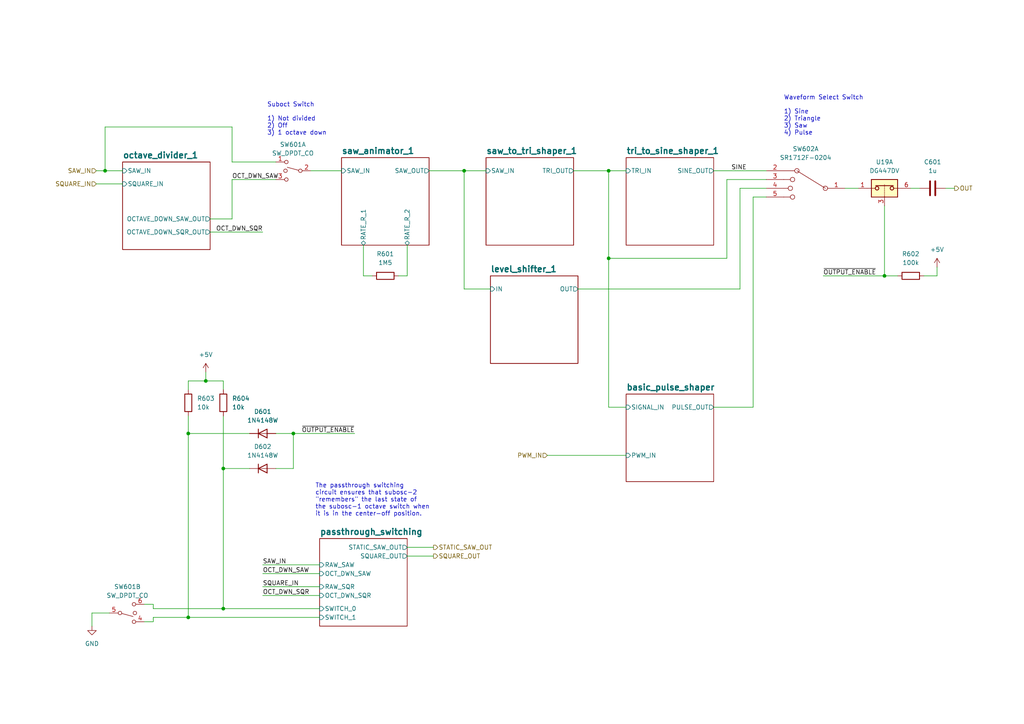
<source format=kicad_sch>
(kicad_sch (version 20230121) (generator eeschema)
  (paper "A4")
  (title_block (title "Josh Ox Ribon Synth Main VCO board") (date "2022-07-23") (rev "0.1") (comment 2 "creativecommons.org/licenses/by/4.0") (comment 3 "license: CC by 4.0") (comment 4 "Author: Jordan Acete"))
  (lib_symbols
    (symbol "Device:C" (pin_numbers hide) (pin_names (offset 0.254))
      (property "Reference" "C" (at 0.635 2.54 0))
      (property "Value" "C" (at 0.635 -2.54 0))
      (symbol "C_0_1"
        (polyline (pts (xy -2.032 -0.762) (xy 2.032 -0.762)) (stroke (width 0.508)))
        (polyline (pts (xy -2.032 0.762) (xy 2.032 0.762)) (stroke (width 0.508)))
      )
      (symbol "C_1_1"
        (pin passive line (at 0 3.81 270) (length 2.794) (name "~") (number "1"))
        (pin passive line (at 0 -3.81 90) (length 2.794) (name "~") (number "2"))
      )
    )
    (symbol "Device:R" (pin_numbers hide) (pin_names (offset 0))
      (property "Reference" "R" (at 2.032 0 90))
      (property "Value" "R" (at 0 0 90))
      (symbol "R_0_1"
        (rectangle (start -1.016 -2.54) (end 1.016 2.54) (stroke (width 0.254)))
      )
      (symbol "R_1_1"
        (pin passive line (at 0 3.81 270) (length 1.27) (name "~") (number "1"))
        (pin passive line (at 0 -3.81 90) (length 1.27) (name "~") (number "2"))
      )
    )
    (symbol "Diode:1N4148W" (pin_numbers hide) (pin_names hide)
      (property "Reference" "D" (at 0 2.54 0))
      (property "Value" "1N4148W" (at 0 -2.54 0))
      (symbol "1N4148W_0_1"
        (polyline (pts (xy -1.27 1.27) (xy -1.27 -1.27)) (stroke (width 0.254)))
        (polyline (pts (xy 1.27 0) (xy -1.27 0)))
        (polyline (pts (xy 1.27 1.27) (xy 1.27 -1.27) (xy -1.27 0) (xy 1.27 1.27)) (stroke (width 0.254)))
      )
      (symbol "1N4148W_1_1"
        (pin passive line (at -3.81 0 0) (length 2.54) (name "K") (number "1"))
        (pin passive line (at 3.81 0 180) (length 2.54) (name "A") (number "2"))
      )
    )
    (symbol "custom_symbols:DG447DV" (pin_names (offset 0.254))
      (property "Reference" "U19" (at 0 7.62 0))
      (property "Value" "DG447DV" (at 0 5.08 0))
      (symbol "DG447DV_1_0"
        (pin bidirectional line (at -7.62 0 0) (length 2.54) (name "") (number "1"))
        (pin input line (at 0 -5.08 90) (length 2.54) (name "") (number "3"))
        (pin bidirectional line (at 7.62 0 180) (length 2.54) (name "") (number "6"))
      )
      (symbol "DG447DV_1_1"
        (rectangle (start -3.81 2.54) (end 3.81 -2.54) (stroke (width 0.254)) (fill (type background)))
        (circle (center -2.159 0) (radius 0.508) (stroke (width 0.254)))
        (polyline (pts (xy -5.08 0) (xy -2.794 0)))
        (polyline (pts (xy -2.54 0.762) (xy 2.54 0.762)) (stroke (width 0.254)))
        (polyline (pts (xy 0 -2.54) (xy 0 -2.032)))
        (polyline (pts (xy 0 -1.778) (xy 0 -1.524)))
        (polyline (pts (xy 0 -1.27) (xy 0 -1.016)))
        (polyline (pts (xy 0 -0.762) (xy 0 -0.508)))
        (polyline (pts (xy 0 -0.254) (xy 0 0)))
        (polyline (pts (xy 0 0.254) (xy 0 0.508)))
        (polyline (pts (xy 0 0.762) (xy 0 1.016)))
        (polyline (pts (xy 5.08 0) (xy 2.794 0)))
        (circle (center 2.159 0) (radius 0.508) (stroke (width 0.254)))
      )
      (symbol "DG447DV_2_0"
        (pin power_in line (at 1.27 -12.7 90) (length 2.54) (name "V-") (number "2"))
        (pin power_in line (at -1.27 -12.7 90) (length 2.54) (name "GND") (number "4"))
        (pin power_in line (at 0 12.7 270) (length 2.54) (name "V+") (number "5"))
      )
      (symbol "DG447DV_2_1"
        (rectangle (start -5.08 10.16) (end 5.08 -10.16) (stroke (width 0.254)) (fill (type background)))
      )
    )
    (symbol "custom_symbols:SR1712F-0204" (pin_names (offset 1.016) hide)
      (property "Reference" "SW?" (at 1.27 11.43 0))
      (property "Value" "SR1712F-0204" (at 1.27 8.89 0))
      (symbol "SR1712F-0204_0_0"
        (circle (center -4.445 0) (radius 0.635))
        (polyline (pts (xy -4.445 0) (xy 3.81 5.08)))
        (polyline (pts (xy 4.445 5.08) (xy 7.62 5.08)))
        (polyline (pts (xy 5.715 -2.54) (xy 7.62 -2.54)))
        (polyline (pts (xy 5.715 2.54) (xy 7.62 2.54)))
        (polyline (pts (xy 6.35 0) (xy 7.62 0)))
        (circle (center 3.81 5.08) (radius 0.635))
        (circle (center 5.08 -2.54) (radius 0.635))
        (circle (center 5.08 2.54) (radius 0.635))
        (circle (center 5.715 0) (radius 0.635))
      )
      (symbol "SR1712F-0204_1_1"
        (pin passive line (at -10.16 0 0) (length 5.08) (name "1") (number "1"))
        (pin passive line (at 12.7 5.08 180) (length 5.08) (name "2") (number "2"))
        (pin passive line (at 12.7 2.54 180) (length 5.08) (name "3") (number "3"))
        (pin passive line (at 12.7 0 180) (length 5.08) (name "4") (number "4"))
        (pin passive line (at 12.7 -2.54 180) (length 5.08) (name "5") (number "5"))
      )
      (symbol "SR1712F-0204_2_1"
        (pin passive line (at -10.16 0 0) (length 5.08) (name "10") (number "10"))
        (pin passive line (at 12.7 5.08 180) (length 5.08) (name "6") (number "6"))
        (pin passive line (at 12.7 2.54 180) (length 5.08) (name "7") (number "7"))
        (pin passive line (at 12.7 0 180) (length 5.08) (name "8") (number "8"))
        (pin passive line (at 12.7 -2.54 180) (length 5.08) (name "9") (number "9"))
      )
    )
    (symbol "custom_symbols:SW_DPDT_CO" (pin_names (offset 0) hide)
      (property "Reference" "SW" (at 0 5.08 0))
      (property "Value" "SW_DPDT_CO" (at 0 -5.08 0))
      (symbol "SW_DPDT_CO_0_0"
        (circle (center -2.032 0) (radius 0.508))
        (polyline (pts (xy -1.524 0.127) (xy 1.778 1.016)))
        (circle (center 2.032 -2.54) (radius 0.508))
      )
      (symbol "SW_DPDT_CO_0_1"
        (circle (center 2.032 2.54) (radius 0.508))
        (circle (center 2.286 0) (radius 0.508))
      )
      (symbol "SW_DPDT_CO_1_1"
        (pin passive line (at 5.08 2.54 180) (length 2.54) (name "1") (number "1"))
        (pin passive line (at -5.08 0 0) (length 2.54) (name "2") (number "2"))
        (pin passive line (at 5.08 -2.54 180) (length 2.54) (name "3") (number "3"))
      )
      (symbol "SW_DPDT_CO_2_1"
        (pin passive line (at 5.08 2.54 180) (length 2.54) (name "4") (number "4"))
        (pin passive line (at -5.08 0 0) (length 2.54) (name "5") (number "5"))
        (pin passive line (at 5.08 -2.54 180) (length 2.54) (name "6") (number "6"))
      )
    )
    (symbol "power:+5V" (power) (pin_names (offset 0))
      (property "Value" "+5V" (at 0 3.556 0))
      (symbol "+5V_0_1"
        (polyline (pts (xy -0.762 1.27) (xy 0 2.54)))
        (polyline (pts (xy 0 0) (xy 0 2.54)))
        (polyline (pts (xy 0 2.54) (xy 0.762 1.27)))
      )
      (symbol "+5V_1_1"
        (pin power_in line (at 0 0 90) (length 0) hide (name "+5V") (number "1"))
      )
    )
    (symbol "power:GND" (power) (pin_names (offset 0))
      (property "Value" "GND" (at 0 -3.81 0))
      (symbol "GND_0_1"
        (polyline (pts (xy 0 0) (xy 0 -1.27) (xy 1.27 -1.27) (xy 0 -2.54) (xy -1.27 -1.27) (xy 0 -1.27)))
      )
      (symbol "GND_1_1"
        (pin power_in line (at 0 0 270) (length 0) hide (name "GND") (number "1"))
      )
    )
  )
  (junction (at 134.62 49.53))
  (junction (at 54.61 179.07))
  (junction (at 85.09 125.73))
  (junction (at 256.54 80.01))
  (junction (at 64.77 135.89))
  (junction (at 59.69 110.49))
  (junction (at 54.61 125.73))
  (junction (at 176.53 49.53))
  (junction (at 64.77 176.53))
  (junction (at 176.53 74.93))
  (junction (at 30.48 49.53))
  (wire (pts (xy 41.91 180.34) (xy 44.45 180.34)))
  (wire (pts (xy 80.01 135.89) (xy 85.09 135.89)))
  (wire (pts (xy 210.82 52.07) (xy 210.82 74.93)))
  (wire (pts (xy 166.37 49.53) (xy 176.53 49.53)))
  (wire (pts (xy 30.48 49.53) (xy 35.56 49.53)))
  (wire (pts (xy 218.44 118.11) (xy 218.44 57.15)))
  (wire (pts (xy 64.77 176.53) (xy 92.71 176.53)))
  (wire (pts (xy 176.53 49.53) (xy 181.61 49.53)))
  (wire (pts (xy 76.2 163.83) (xy 92.71 163.83)))
  (wire (pts (xy 44.45 176.53) (xy 64.77 176.53)))
  (wire (pts (xy 118.11 161.29) (xy 125.73 161.29)))
  (wire (pts (xy 54.61 125.73) (xy 54.61 179.07)))
  (wire (pts (xy 60.96 63.5) (xy 67.31 63.5)))
  (wire (pts (xy 76.2 170.18) (xy 92.71 170.18)))
  (wire (pts (xy 134.62 49.53) (xy 140.97 49.53)))
  (wire (pts (xy 64.77 113.03) (xy 64.77 110.49)))
  (wire (pts (xy 222.25 52.07) (xy 210.82 52.07)))
  (wire (pts (xy 26.67 177.8) (xy 31.75 177.8)))
  (wire (pts (xy 274.32 54.61) (xy 276.86 54.61)))
  (wire (pts (xy 54.61 110.49) (xy 54.61 113.03)))
  (wire (pts (xy 105.41 80.01) (xy 107.95 80.01)))
  (wire (pts (xy 59.69 107.95) (xy 59.69 110.49)))
  (wire (pts (xy 26.67 177.8) (xy 26.67 181.61)))
  (wire (pts (xy 271.78 77.47) (xy 271.78 80.01)))
  (wire (pts (xy 207.01 118.11) (xy 218.44 118.11)))
  (wire (pts (xy 76.2 172.72) (xy 92.71 172.72)))
  (wire (pts (xy 167.64 83.82) (xy 214.63 83.82)))
  (wire (pts (xy 105.41 71.12) (xy 105.41 80.01)))
  (wire (pts (xy 214.63 83.82) (xy 214.63 54.61)))
  (wire (pts (xy 118.11 80.01) (xy 115.57 80.01)))
  (wire (pts (xy 207.01 49.53) (xy 222.25 49.53)))
  (wire (pts (xy 30.48 49.53) (xy 30.48 36.83)))
  (wire (pts (xy 54.61 120.65) (xy 54.61 125.73)))
  (wire (pts (xy 214.63 54.61) (xy 222.25 54.61)))
  (wire (pts (xy 90.17 49.53) (xy 99.06 49.53)))
  (wire (pts (xy 67.31 52.07) (xy 80.01 52.07)))
  (wire (pts (xy 256.54 59.69) (xy 256.54 80.01)))
  (wire (pts (xy 176.53 49.53) (xy 176.53 74.93)))
  (wire (pts (xy 67.31 46.99) (xy 80.01 46.99)))
  (wire (pts (xy 76.2 166.37) (xy 92.71 166.37)))
  (wire (pts (xy 60.96 67.31) (xy 76.2 67.31)))
  (wire (pts (xy 64.77 135.89) (xy 64.77 176.53)))
  (wire (pts (xy 85.09 135.89) (xy 85.09 125.73)))
  (wire (pts (xy 27.94 49.53) (xy 30.48 49.53)))
  (wire (pts (xy 64.77 120.65) (xy 64.77 135.89)))
  (wire (pts (xy 256.54 80.01) (xy 260.35 80.01)))
  (wire (pts (xy 44.45 175.26) (xy 41.91 175.26)))
  (wire (pts (xy 256.54 80.01) (xy 238.76 80.01)))
  (wire (pts (xy 267.97 80.01) (xy 271.78 80.01)))
  (wire (pts (xy 264.16 54.61) (xy 266.7 54.61)))
  (wire (pts (xy 64.77 110.49) (xy 59.69 110.49)))
  (wire (pts (xy 218.44 57.15) (xy 222.25 57.15)))
  (wire (pts (xy 59.69 110.49) (xy 54.61 110.49)))
  (wire (pts (xy 64.77 135.89) (xy 72.39 135.89)))
  (wire (pts (xy 134.62 83.82) (xy 134.62 49.53)))
  (wire (pts (xy 158.75 132.08) (xy 181.61 132.08)))
  (wire (pts (xy 27.94 53.34) (xy 35.56 53.34)))
  (wire (pts (xy 176.53 118.11) (xy 181.61 118.11)))
  (wire (pts (xy 176.53 74.93) (xy 176.53 118.11)))
  (wire (pts (xy 245.11 54.61) (xy 248.92 54.61)))
  (wire (pts (xy 210.82 74.93) (xy 176.53 74.93)))
  (wire (pts (xy 30.48 36.83) (xy 67.31 36.83)))
  (wire (pts (xy 54.61 125.73) (xy 72.39 125.73)))
  (wire (pts (xy 124.46 49.53) (xy 134.62 49.53)))
  (wire (pts (xy 44.45 179.07) (xy 44.45 180.34)))
  (wire (pts (xy 54.61 179.07) (xy 44.45 179.07)))
  (wire (pts (xy 67.31 63.5) (xy 67.31 52.07)))
  (wire (pts (xy 92.71 179.07) (xy 54.61 179.07)))
  (wire (pts (xy 67.31 36.83) (xy 67.31 46.99)))
  (wire (pts (xy 44.45 176.53) (xy 44.45 175.26)))
  (wire (pts (xy 118.11 158.75) (xy 125.73 158.75)))
  (wire (pts (xy 85.09 125.73) (xy 102.87 125.73)))
  (wire (pts (xy 80.01 125.73) (xy 85.09 125.73)))
  (wire (pts (xy 142.24 83.82) (xy 134.62 83.82)))
  (wire (pts (xy 118.11 71.12) (xy 118.11 80.01)))
  (text "Waveform Select Switch\n\n1) Sine\n2) Triangle\n3) Saw\n4) Pulse" (at 227.33 39.37 0) (effects (font (size 1.27 1.27)) (justify left bottom)))
  (text "Suboct Switch\n\n1) Not divided\n2) Off\n3) 1 octave down" (at 77.47 39.37 0) (effects (font (size 1.27 1.27)) (justify left bottom)))
  (text "The passthrough switching\ncircuit ensures that subosc-2 \n\"remembers\" the last state of \nthe subosc-1 octave switch when \nit is in the center-off position." (at 91.44 149.86 0) (effects (font (size 1.27 1.27)) (justify left bottom)))
  (label "~{OUTPUT_ENABLE}" (at 102.87 125.73 180))
  (label "SINE" (at 212.09 49.53 0))
  (label "OCT_DWN_SQR" (at 76.2 67.31 180))
  (label "~{OUTPUT_ENABLE}" (at 238.76 80.01 0))
  (label "OCT_DWN_SAW" (at 76.2 166.37 0))
  (label "OCT_DWN_SQR" (at 76.2 172.72 0))
  (label "OCT_DWN_SAW" (at 67.31 52.07 0))
  (label "SAW_IN" (at 76.2 163.83 0))
  (label "SQUARE_IN" (at 76.2 170.18 0))
  (hierarchical_label "SAW_IN" (shape input) (at 27.94 49.53 180))
  (hierarchical_label "STATIC_SAW_OUT" (shape output) (at 125.73 158.75 0))
  (hierarchical_label "OUT" (shape output) (at 276.86 54.61 0))
  (hierarchical_label "PWM_IN" (shape input) (at 158.75 132.08 180))
  (hierarchical_label "SQUARE_OUT" (shape output) (at 125.73 161.29 0))
  (hierarchical_label "SQUARE_IN" (shape input) (at 27.94 53.34 180))
  (symbol (lib_id "custom_symbols:DG447DV") (at 256.54 54.61 0) (unit 1)
    (property "Reference" "U19" (at 256.54 46.99 0))
    (property "Value" "DG447DV" (at 256.54 49.53 0))
    (property "Footprint" "Package_SO:TSOP-6_1.65x3.05mm_P0.95mm" (effects hide))
    (property "Datasheet" "https://www.vishay.com/docs/73854/dg447.pdf" (effects hide))
  )
  (symbol (lib_id "custom_symbols:SW_DPDT_CO") (at 36.83 177.8 0) (mirror x) (unit 2)
    (property "Reference" "SW601" (at 36.957 170.18 0))
    (property "Value" "SW_DPDT_CO" (at 36.957 172.72 0))
    (property "Footprint" "custom_footprints:DPDT_mini_toggle" (effects hide))
  )
  (symbol (lib_id "custom_symbols:SR1712F-0204") (at 234.95 54.61 0) (mirror y) (unit 1)
    (property "Reference" "SW602" (at 233.68 43.18 0))
    (property "Value" "SR1712F-0204" (at 233.68 45.72 0))
    (property "Footprint" "custom_footprints:SR1712F_rotary_switch" (effects hide))
  )
  (symbol (lib_id "Diode:1N4148W") (at 76.2 135.89 0) (mirror x) (unit 1)
    (property "Reference" "D602" (at 76.2 129.54 0))
    (property "Value" "1N4148W" (at 76.2 132.08 0))
    (property "Footprint" "Diode_SMD:D_SOD-123" (effects hide))
    (property "Datasheet" "https://www.vishay.com/docs/85748/1n4148w.pdf" (effects hide))
  )
  (symbol (lib_id "power:+5V") (at 59.69 107.95 0) (unit 1)
    (property "Reference" "#PWR0603" (effects hide))
    (property "Value" "+5V" (at 59.69 102.87 0))
  )
  (symbol (lib_id "custom_symbols:SW_DPDT_CO") (at 85.09 49.53 0) (mirror y) (unit 1)
    (property "Reference" "SW601" (at 84.963 41.91 0))
    (property "Value" "SW_DPDT_CO" (at 84.963 44.45 0))
    (property "Footprint" "custom_footprints:DPDT_mini_toggle" (effects hide))
  )
  (symbol (lib_id "power:GND") (at 26.67 181.61 0) (unit 1)
    (property "Reference" "#PWR0601" (effects hide))
    (property "Value" "GND" (at 26.67 186.69 0))
  )
  (symbol (lib_id "Device:R") (at 64.77 116.84 0) (unit 1)
    (property "Reference" "R604" (at 67.31 115.5699 0) (effects (justify left)))
    (property "Value" "10k" (at 67.31 118.1099 0) (effects (justify left)))
    (property "Footprint" "Resistor_SMD:R_0805_2012Metric" (effects hide))
  )
  (symbol (lib_id "Device:R") (at 111.76 80.01 90) (unit 1)
    (property "Reference" "R601" (at 111.76 73.66 90))
    (property "Value" "1M5" (at 111.76 76.2 90))
    (property "Footprint" "Resistor_SMD:R_0805_2012Metric" (effects hide))
  )
  (symbol (lib_id "power:+5V") (at 271.78 77.47 0) (unit 1)
    (property "Reference" "#PWR0123" (effects hide))
    (property "Value" "+5V" (at 271.78 72.39 0))
  )
  (symbol (lib_id "Device:C") (at 270.51 54.61 90) (unit 1)
    (property "Reference" "C601" (at 270.51 46.99 90))
    (property "Value" "1u" (at 270.51 49.53 90))
    (property "Footprint" "Capacitor_THT:C_Rect_L7.2mm_W5.5mm_P5.00mm_FKS2_FKP2_MKS2_MKP2" (effects hide))
  )
  (symbol (lib_id "Device:R") (at 264.16 80.01 90) (unit 1)
    (property "Reference" "R602" (at 264.16 73.66 90))
    (property "Value" "100k" (at 264.16 76.2 90))
    (property "Footprint" "Resistor_SMD:R_0805_2012Metric" (effects hide))
  )
  (symbol (lib_id "Device:R") (at 54.61 116.84 0) (unit 1)
    (property "Reference" "R603" (at 57.15 115.5699 0) (effects (justify left)))
    (property "Value" "10k" (at 57.15 118.1099 0) (effects (justify left)))
    (property "Footprint" "Resistor_SMD:R_0805_2012Metric" (effects hide))
  )
  (symbol (lib_id "Diode:1N4148W") (at 76.2 125.73 0) (mirror x) (unit 1)
    (property "Reference" "D601" (at 76.2 119.38 0))
    (property "Value" "1N4148W" (at 76.2 121.92 0))
    (property "Footprint" "Diode_SMD:D_SOD-123" (effects hide))
    (property "Datasheet" "https://www.vishay.com/docs/85748/1n4148w.pdf" (effects hide))
  )
  (sheet (at 92.71 156.21) (size 25.4 25.4) (stroke (width 0.1524))
    (property "Sheetname" "passthrough_switching" (at 92.71 155.2584 0) (effects (font (size 1.75 1.75) bold) (justify left bottom)))
    (property "Sheetfile" "passthrough_switching.kicad_sch" (effects hide))
    (pin "RAW_SQR" input (at 92.71 170.18 180))
    (pin "RAW_SAW" input (at 92.71 163.83 180))
    (pin "OCT_DWN_SAW" input (at 92.71 166.37 180))
    (pin "OCT_DWN_SQR" input (at 92.71 172.72 180))
    (pin "SWITCH_0" input (at 92.71 176.53 180))
    (pin "SWITCH_1" input (at 92.71 179.07 180))
    (pin "STATIC_SAW_OUT" output (at 118.11 158.75 0))
    (pin "SQUARE_OUT" output (at 118.11 161.29 0))
  )
  (sheet (at 181.61 45.72) (size 25.4 25.4) (stroke (width 0.1524))
    (property "Sheetname" "tri_to_sine_shaper_1" (at 181.61 44.7684 0) (effects (font (size 1.75 1.75) bold) (justify left bottom)))
    (property "Sheetfile" "tri_to_sine_shaper.kicad_sch" (effects hide))
    (pin "TRI_IN" input (at 181.61 49.53 180))
    (pin "SINE_OUT" output (at 207.01 49.53 0))
  )
  (sheet (at 140.97 45.72) (size 25.4 25.4) (stroke (width 0.1524))
    (property "Sheetname" "saw_to_tri_shaper_1" (at 140.97 44.7684 0) (effects (font (size 1.75 1.75) bold) (justify left bottom)))
    (property "Sheetfile" "saw_to_tri_shaper.kicad_sch" (effects hide))
    (pin "SAW_IN" input (at 140.97 49.53 180))
    (pin "TRI_OUT" output (at 166.37 49.53 0))
  )
  (sheet (at 35.56 46.99) (size 25.4 25.4) (stroke (width 0.1524))
    (property "Sheetname" "octave_divider_1" (at 35.56 46.0384 0) (effects (font (size 1.75 1.75) bold) (justify left bottom)))
    (property "Sheetfile" "octave_divider.kicad_sch" (effects hide))
    (pin "OCTAVE_DOWN_SAW_OUT" output (at 60.96 63.5 0))
    (pin "OCTAVE_DOWN_SQR_OUT" output (at 60.96 67.31 0))
    (pin "SQUARE_IN" input (at 35.56 53.34 180))
    (pin "SAW_IN" input (at 35.56 49.53 180))
  )
  (sheet (at 142.24 80.01) (size 25.4 25.4) (stroke (width 0.1524))
    (property "Sheetname" "level_shifter_1" (at 142.24 79.0584 0) (effects (font (size 1.75 1.75) bold) (justify left bottom)))
    (property "Sheetfile" "level_shifter.kicad_sch" (effects hide))
    (pin "OUT" output (at 167.64 83.82 0))
    (pin "IN" input (at 142.24 83.82 180))
  )
  (sheet (at 99.06 45.72) (size 25.4 25.4) (stroke (width 0.1524))
    (property "Sheetname" "saw_animator_1" (at 99.06 44.7684 0) (effects (font (size 1.75 1.75) bold) (justify left bottom)))
    (property "Sheetfile" "saw_animator.kicad_sch" (effects hide))
    (pin "SAW_OUT" output (at 124.46 49.53 0))
    (pin "SAW_IN" input (at 99.06 49.53 180))
    (pin "RATE_R_2" bidirectional (at 118.11 71.12 270))
    (pin "RATE_R_1" bidirectional (at 105.41 71.12 270))
  )
  (sheet (at 181.61 114.3) (size 25.4 25.4) (stroke (width 0.1524))
    (property "Sheetname" "basic_pulse_shaper" (at 181.61 113.3484 0) (effects (font (size 1.75 1.75) bold) (justify left bottom)))
    (property "Sheetfile" "basic_pulse_shaper.kicad_sch" (effects hide))
    (pin "PULSE_OUT" output (at 207.01 118.11 0))
    (pin "SIGNAL_IN" input (at 181.61 118.11 180))
    (pin "PWM_IN" input (at 181.61 132.08 180))
  )
)
</source>
